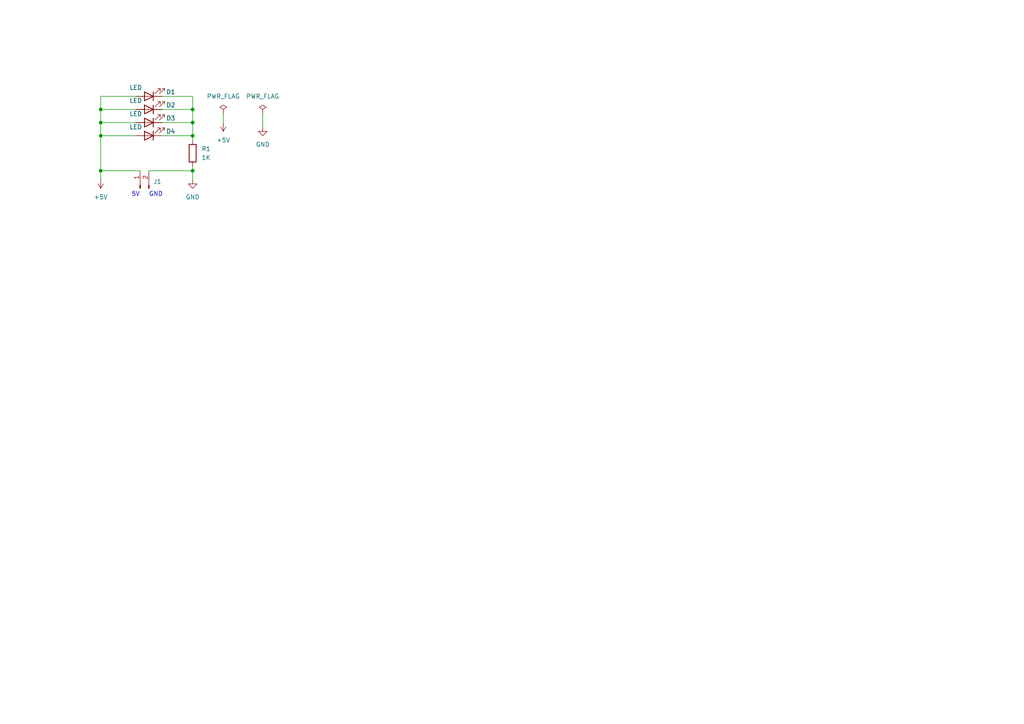
<source format=kicad_sch>
(kicad_sch (version 20211123) (generator eeschema)
  (paper "A4")
  (lib_symbols
    (symbol "Connector:Conn_01x02_Male" (pin_names (offset 1.016) hide)
      (property "Reference" "J" (at 0 2.54 0))
      (property "Value" "Conn_01x02_Male" (at 0 -5.08 0))
      (symbol "Conn_01x02_Male_1_1"
        (polyline (pts (xy 1.27 -2.54) (xy 0.8636 -2.54)) (stroke (width 0.1524)))
        (polyline (pts (xy 1.27 0) (xy 0.8636 0)) (stroke (width 0.1524)))
        (rectangle (start 0.8636 -2.413) (end 0 -2.667) (stroke (width 0.1524)) (fill (type outline)))
        (rectangle (start 0.8636 0.127) (end 0 -0.127) (stroke (width 0.1524)) (fill (type outline)))
        (pin passive line (at 5.08 0 180) (length 3.81) (name "Pin_1") (number "1"))
        (pin passive line (at 5.08 -2.54 180) (length 3.81) (name "Pin_2") (number "2"))
      )
    )
    (symbol "Device:LED" (pin_numbers hide) (pin_names (offset 1.016) hide)
      (property "Reference" "D" (at 0 2.54 0))
      (property "Value" "LED" (at 0 -2.54 0))
      (symbol "LED_0_1"
        (polyline (pts (xy -1.27 -1.27) (xy -1.27 1.27)) (stroke (width 0.254)))
        (polyline (pts (xy -1.27 0) (xy 1.27 0)))
        (polyline (pts (xy 1.27 -1.27) (xy 1.27 1.27) (xy -1.27 0) (xy 1.27 -1.27)) (stroke (width 0.254)))
        (polyline (pts (xy -3.048 -0.762) (xy -4.572 -2.286) (xy -3.81 -2.286) (xy -4.572 -2.286) (xy -4.572 -1.524)))
        (polyline (pts (xy -1.778 -0.762) (xy -3.302 -2.286) (xy -2.54 -2.286) (xy -3.302 -2.286) (xy -3.302 -1.524)))
      )
      (symbol "LED_1_1"
        (pin passive line (at -3.81 0 0) (length 2.54) (name "K") (number "1"))
        (pin passive line (at 3.81 0 180) (length 2.54) (name "A") (number "2"))
      )
    )
    (symbol "Device:R" (pin_numbers hide) (pin_names (offset 0))
      (property "Reference" "R" (at 2.032 0 90))
      (property "Value" "R" (at 0 0 90))
      (symbol "R_0_1"
        (rectangle (start -1.016 -2.54) (end 1.016 2.54) (stroke (width 0.254)))
      )
      (symbol "R_1_1"
        (pin passive line (at 0 3.81 270) (length 1.27) (name "~") (number "1"))
        (pin passive line (at 0 -3.81 90) (length 1.27) (name "~") (number "2"))
      )
    )
    (symbol "power:+5V" (power) (pin_names (offset 0))
      (property "Value" "+5V" (at 0 3.556 0))
      (symbol "+5V_0_1"
        (polyline (pts (xy -0.762 1.27) (xy 0 2.54)))
        (polyline (pts (xy 0 0) (xy 0 2.54)))
        (polyline (pts (xy 0 2.54) (xy 0.762 1.27)))
      )
      (symbol "+5V_1_1"
        (pin power_in line (at 0 0 90) (length 0) hide (name "+5V") (number "1"))
      )
    )
    (symbol "power:GND" (power) (pin_names (offset 0))
      (property "Value" "GND" (at 0 -3.81 0))
      (symbol "GND_0_1"
        (polyline (pts (xy 0 0) (xy 0 -1.27) (xy 1.27 -1.27) (xy 0 -2.54) (xy -1.27 -1.27) (xy 0 -1.27)))
      )
      (symbol "GND_1_1"
        (pin power_in line (at 0 0 270) (length 0) hide (name "GND") (number "1"))
      )
    )
    (symbol "power:PWR_FLAG" (power) (pin_numbers hide) (pin_names (offset 0) hide)
      (property "Value" "PWR_FLAG" (at 0 3.81 0))
      (symbol "PWR_FLAG_0_0"
        (pin power_out line (at 0 0 90) (length 0) (name "pwr") (number "1"))
      )
      (symbol "PWR_FLAG_0_1"
        (polyline (pts (xy 0 0) (xy 0 1.27) (xy -1.016 1.905) (xy 0 2.54) (xy 1.016 1.905) (xy 0 1.27)))
      )
    )
  )
  (junction (at 29.21 49.53))
  (junction (at 55.88 35.56))
  (junction (at 55.88 49.53))
  (junction (at 55.88 39.37))
  (junction (at 29.21 39.37))
  (junction (at 29.21 31.75))
  (junction (at 55.88 31.75))
  (junction (at 29.21 35.56))
  (wire (pts (xy 29.21 39.37) (xy 29.21 49.53)))
  (wire (pts (xy 29.21 49.53) (xy 29.21 52.07)))
  (wire (pts (xy 55.88 35.56) (xy 55.88 39.37)))
  (wire (pts (xy 55.88 39.37) (xy 46.99 39.37)))
  (wire (pts (xy 64.77 33.02) (xy 64.77 35.56)))
  (wire (pts (xy 29.21 35.56) (xy 39.37 35.56)))
  (wire (pts (xy 43.18 49.53) (xy 55.88 49.53)))
  (wire (pts (xy 55.88 27.94) (xy 55.88 31.75)))
  (wire (pts (xy 29.21 31.75) (xy 29.21 27.94)))
  (wire (pts (xy 76.2 33.02) (xy 76.2 36.83)))
  (wire (pts (xy 29.21 35.56) (xy 29.21 31.75)))
  (wire (pts (xy 55.88 39.37) (xy 55.88 40.64)))
  (wire (pts (xy 55.88 27.94) (xy 46.99 27.94)))
  (wire (pts (xy 29.21 49.53) (xy 40.64 49.53)))
  (wire (pts (xy 29.21 27.94) (xy 39.37 27.94)))
  (wire (pts (xy 55.88 48.26) (xy 55.88 49.53)))
  (wire (pts (xy 55.88 35.56) (xy 46.99 35.56)))
  (wire (pts (xy 29.21 39.37) (xy 39.37 39.37)))
  (wire (pts (xy 55.88 49.53) (xy 55.88 52.07)))
  (wire (pts (xy 55.88 31.75) (xy 55.88 35.56)))
  (wire (pts (xy 55.88 31.75) (xy 46.99 31.75)))
  (wire (pts (xy 29.21 39.37) (xy 29.21 35.56)))
  (wire (pts (xy 29.21 31.75) (xy 39.37 31.75)))
  (text "GND" (at 43.18 57.15 0) (effects (font (size 1.27 1.27)) (justify left bottom)))
  (text "5V" (at 38.1 57.15 0) (effects (font (size 1.27 1.27)) (justify left bottom)))
  (symbol (lib_id "power:PWR_FLAG") (at 64.77 33.02 0) (unit 1)
    (property "Reference" "#FLG01" (effects hide))
    (property "Value" "PWR_FLAG" (at 64.77 27.94 0))
  )
  (symbol (lib_id "Device:LED") (at 43.18 39.37 180) (unit 1)
    (property "Reference" "D4" (at 49.53 38.1 0))
    (property "Value" "LED" (at 39.37 36.83 0))
    (property "Footprint" "LED_THT:LED_D3.0mm" (effects hide))
  )
  (symbol (lib_id "Device:LED") (at 43.18 35.56 180) (unit 1)
    (property "Reference" "D3" (at 49.53 34.29 0))
    (property "Value" "LED" (at 39.37 33.02 0))
    (property "Footprint" "LED_THT:LED_D3.0mm" (effects hide))
  )
  (symbol (lib_id "power:+5V") (at 29.21 52.07 180) (unit 1)
    (property "Reference" "#PWR01" (effects hide))
    (property "Value" "+5V" (at 29.21 57.15 0))
  )
  (symbol (lib_id "power:GND") (at 76.2 36.83 0) (unit 1)
    (property "Reference" "#PWR04" (effects hide))
    (property "Value" "GND" (at 76.2 41.91 0))
  )
  (symbol (lib_id "Device:R") (at 55.88 44.45 0) (unit 1)
    (property "Reference" "R1" (at 58.42 43.1799 0) (effects (justify left)))
    (property "Value" "1K" (at 58.42 45.7199 0) (effects (justify left)))
    (property "Footprint" "Resistor_THT:R_Axial_DIN0309_L9.0mm_D3.2mm_P12.70mm_Horizontal" (effects hide))
  )
  (symbol (lib_id "Device:LED") (at 43.18 31.75 180) (unit 1)
    (property "Reference" "D2" (at 49.53 30.48 0))
    (property "Value" "LED" (at 39.37 29.21 0))
    (property "Footprint" "LED_THT:LED_D3.0mm" (effects hide))
  )
  (symbol (lib_id "power:+5V") (at 64.77 35.56 180) (unit 1)
    (property "Reference" "#PWR03" (effects hide))
    (property "Value" "+5V" (at 64.77 40.64 0))
  )
  (symbol (lib_id "power:GND") (at 55.88 52.07 0) (unit 1)
    (property "Reference" "#PWR02" (effects hide))
    (property "Value" "GND" (at 55.88 57.15 0))
  )
  (symbol (lib_id "power:PWR_FLAG") (at 76.2 33.02 0) (unit 1)
    (property "Reference" "#FLG02" (effects hide))
    (property "Value" "PWR_FLAG" (at 76.2 27.94 0))
  )
  (symbol (lib_id "Connector:Conn_01x02_Male") (at 40.64 54.61 90) (unit 1)
    (property "Reference" "J1" (at 44.45 52.7049 90) (effects (justify right)))
    (property "Value" " " (at 34.29 57.15 90) (effects (justify right)))
    (property "Footprint" "Connector_PinHeader_2.54mm:PinHeader_1x02_P2.54mm_Vertical" (effects hide))
  )
  (symbol (lib_id "Device:LED") (at 43.18 27.94 180) (unit 1)
    (property "Reference" "D1" (at 49.53 26.67 0))
    (property "Value" "LED" (at 39.37 25.4 0))
    (property "Footprint" "LED_THT:LED_D3.0mm" (effects hide))
  )
)
</source>
